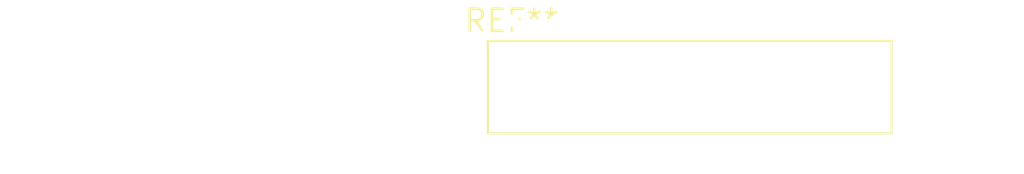
<source format=kicad_pcb>
(kicad_pcb (version 20240108) (generator pcbnew)
  (layers (0 "F.Cu" signal) (31 "B.Cu" signal) (34 "B.Paste" user) (35 "F.Paste" user) (36 "B.SilkS" user "B.Silkscreen") (37 "F.SilkS" user "F.Silkscreen") (38 "B.Mask" user) (39 "F.Mask" user) (44 "Edge.Cuts" user))
  (net 0 "")
  (footprint "Samtec_HLE-109-02-xx-DV-PE_2x09_P2.54mm_Horizontal" (layer "F.Cu") (at 0 0)
    (property "Reference" "REF**")
    (property "Value" "Samtec_HLE-109-02-xx-DV-PE_2x09_P2.54mm_Horizontal")
    (fp_line (start -1.38 1.16) (end 21.7 1.16) (layer "F.SilkS") (stroke (width 0.12)))
    (fp_line (start -1.38 6.46) (end -1.38 1.16) (layer "F.SilkS") (stroke (width 0.12)))
    (fp_line (start 21.7 1.16) (end 21.7 6.46) (layer "F.SilkS") (stroke (width 0.12)))
    (fp_line (start 21.7 6.46) (end -1.38 6.46) (layer "F.SilkS") (stroke (width 0.12)))
    (pad "" np_thru_hole circle (at 0 2.54) (size 1.4 1.4) (drill 1.4) (layers *.Cu *.Mask))
    (pad "" np_thru_hole circle (at 0 5.08) (size 1.4 1.4) (drill 1.4) (layers *.Cu *.Mask))
    (pad "" np_thru_hole circle (at 2.54 2.54) (size 1.4 1.4) (drill 1.4) (layers *.Cu *.Mask))
    (pad "" np_thru_hole circle (at 2.54 5.08) (size 1.4 1.4) (drill 1.4) (layers *.Cu *.Mask))
    (pad "" np_thru_hole circle (at 5.08 2.54) (size 1.4 1.4) (drill 1.4) (layers *.Cu *.Mask))
    (pad "" np_thru_hole circle (at 5.08 5.08) (size 1.4 1.4) (drill 1.4) (layers *.Cu *.Mask))
    (pad "" np_thru_hole circle (at 7.62 2.54) (size 1.4 1.4) (drill 1.4) (layers *.Cu *.Mask))
    (pad "" np_thru_hole circle (at 7.62 5.08) (size 1.4 1.4) (drill 1.4) (layers *.Cu *.Mask))
    (pad "" np_thru_hole circle (at 10.16 2.54) (size 1.4 1.4) (drill 1.4) (layers *.Cu *.Mask))
    (pad "" np_thru_hole circle (at 10.16 5.08) (size 1.4 1.4) (drill 1.4) (layers *.Cu *.Mask))
    (pad "" np_thru_hole circle (at 12.7 2.54) (size 1.4 1.4) (drill 1.4) (layers *.Cu *.Mask))
    (pad "" np_thru_hole circle (at 12.7 5.08) (size 1.4 1.4) (drill 1.4) (layers *.Cu *.Mask))
    (pad "" np_thru_hole circle (at 15.24 2.54) (size 1.4 1.4) (drill 1.4) (layers *.Cu *.Mask))
    (pad "" np_thru_hole circle (at 15.24 5.08) (size 1.4 1.4) (drill 1.4) (layers *.Cu *.Mask))
    (pad "" np_thru_hole circle (at 17.78 2.54) (size 1.4 1.4) (drill 1.4) (layers *.Cu *.Mask))
    (pad "" np_thru_hole circle (at 17.78 5.08) (size 1.4 1.4) (drill 1.4) (layers *.Cu *.Mask))
    (pad "" np_thru_hole circle (at 20.32 2.54) (size 1.4 1.4) (drill 1.4) (layers *.Cu *.Mask))
    (pad "" np_thru_hole circle (at 20.32 5.08) (size 1.4 1.4) (drill 1.4) (layers *.Cu *.Mask))
    (pad "1" thru_hole roundrect (at 0 0) (size 1.31 1.31) (drill 0.71) (layers *.Cu *.Mask) (remove_unused_layers) (roundrect_rratio 0.19084))
    (pad "2" thru_hole circle (at 0 7.62) (size 1.31 1.31) (drill 0.71) (layers *.Cu *.Mask) (remove_unused_layers))
    (pad "3" thru_hole circle (at 2.54 0) (size 1.31 1.31) (drill 0.71) (layers *.Cu *.Mask) (remove_unused_layers))
    (pad "4" thru_hole circle (at 2.54 7.62) (size 1.31 1.31) (drill 0.71) (layers *.Cu *.Mask) (remove_unused_layers))
    (pad "5" thru_hole circle (at 5.08 0) (size 1.31 1.31) (drill 0.71) (layers *.Cu *.Mask) (remove_unused_layers))
    (pad "6" thru_hole circle (at 5.08 7.62) (size 1.31 1.31) (drill 0.71) (layers *.Cu *.Mask) (remove_unused_layers))
    (pad "7" thru_hole circle (at 7.62 0) (size 1.31 1.31) (drill 0.71) (layers *.Cu *.Mask) (remove_unused_layers))
    (pad "8" thru_hole circle (at 7.62 7.62) (size 1.31 1.31) (drill 0.71) (layers *.Cu *.Mask) (remove_unused_layers))
    (pad "9" thru_hole circle (at 10.16 0) (size 1.31 1.31) (drill 0.71) (layers *.Cu *.Mask) (remove_unused_layers))
    (pad "10" thru_hole circle (at 10.16 7.62) (size 1.31 1.31) (drill 0.71) (layers *.Cu *.Mask) (remove_unused_layers))
    (pad "11" thru_hole circle (at 12.7 0) (size 1.31 1.31) (drill 0.71) (layers *.Cu *.Mask) (remove_unused_layers))
    (pad "12" thru_hole circle (at 12.7 7.62) (size 1.31 1.31) (drill 0.71) (layers *.Cu *.Mask) (remove_unused_layers))
    (pad "13" thru_hole circle (at 15.24 0) (size 1.31 1.31) (drill 0.71) (layers *.Cu *.Mask) (remove_unused_layers))
    (pad "14" thru_hole circle (at 15.24 7.62) (size 1.31 1.31) (drill 0.71) (layers *.Cu *.Mask) (remove_unused_layers))
    (pad "15" thru_hole circle (at 17.78 0) (size 1.31 1.31) (drill 0.71) (layers *.Cu *.Mask) (remove_unused_layers))
    (pad "16" thru_hole circle (at 17.78 7.62) (size 1.31 1.31) (drill 0.71) (layers *.Cu *.Mask) (remove_unused_layers))
    (pad "17" thru_hole circle (at 20.32 0) (size 1.31 1.31) (drill 0.71) (layers *.Cu *.Mask) (remove_unused_layers))
    (pad "18" thru_hole circle (at 20.32 7.62) (size 1.31 1.31) (drill 0.71) (layers *.Cu *.Mask) (remove_unused_layers))
  )
)
</source>
